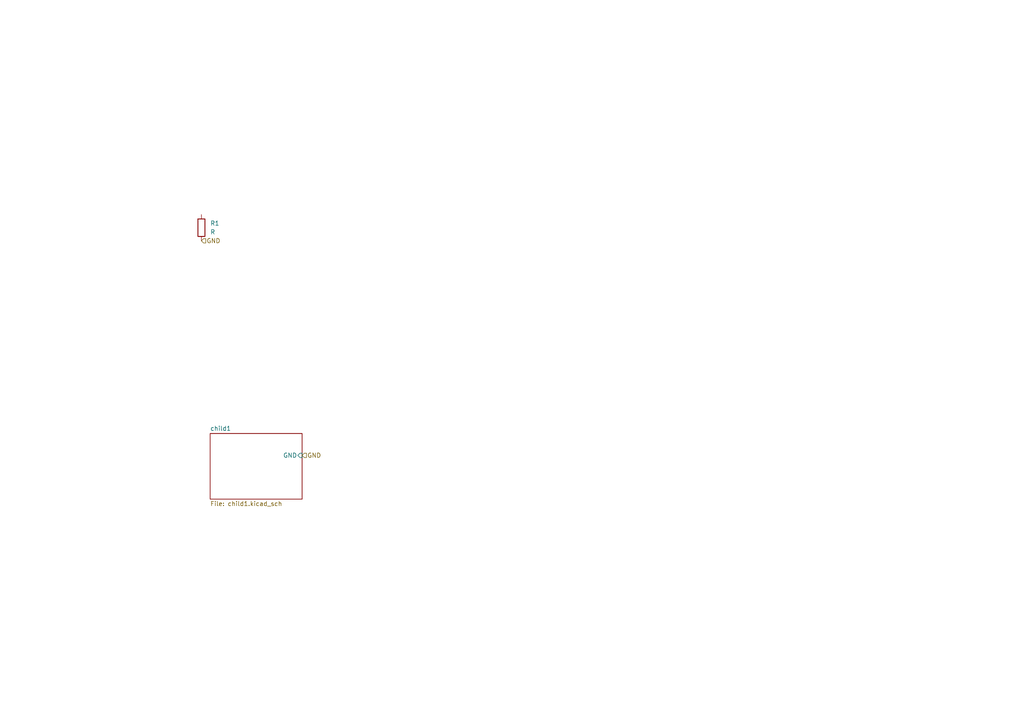
<source format=kicad_sch>
(kicad_sch (version 20250114) (generator "eeschema") (generator_version "9.0")
  (paper "A4")
  (lib_symbols
    (symbol "Device:R" (pin_numbers (hide yes)) (pin_names (offset 0))
      (property "Reference" "R" (at 2.032 0 90))
      (property "Value" "R" (at 0 0 90))
      (symbol "R_0_1"
        (rectangle (start -1.016 -2.54) (end 1.016 2.54) (stroke (width 0.254)))
      )
      (symbol "R_1_1"
        (pin passive line (at 0 3.81 270) (length 1.27) (name "~") (number "1"))
        (pin passive line (at 0 -3.81 90) (length 1.27) (name "~") (number "2"))
      )
    )
  )
  (hierarchical_label "GND" (shape input) (at 58.42 69.85 0))
  (hierarchical_label "GND" (shape input) (at 87.63 132.08 0))
  (symbol (lib_id "Device:R") (at 58.42 66.04 0) (unit 1)
    (property "Reference" "R1" (at 60.96 64.7699 0) (effects (justify left)))
    (property "Value" "R" (at 60.96 67.3099 0) (effects (justify left)))
    (property "Description" "Resistor" (effects (hide yes)))
  )
  (sheet (at 60.96 125.73) (size 26.67 19.05) (stroke (width 0.1524))
    (property "Sheetname" "child1" (at 60.96 125.0184 0) (effects (justify left bottom)))
    (property "Sheetfile" "child1.kicad_sch" (at 60.96 145.3646 0) (effects (justify left top)))
    (pin "GND" input (at 87.63 132.08 0))
  )
)
</source>
